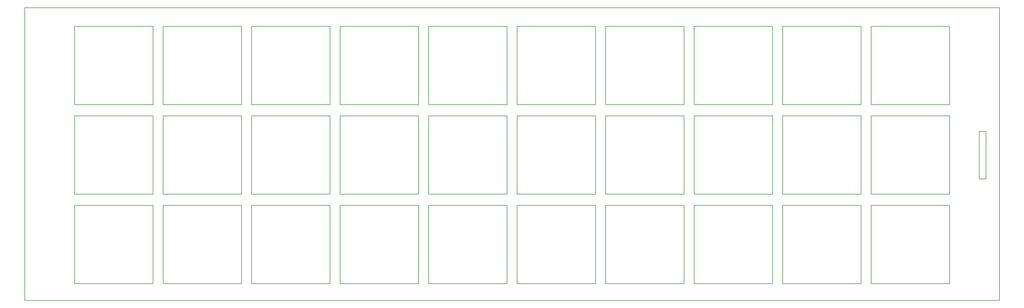
<source format=gko>
G04 Layer: BoardOutlineLayer*
G04 EasyEDA v6.5.34, 2023-08-21 18:11:39*
G04 608ff240a59a44e5951e210445872dab,5a6b42c53f6a479593ecc07194224c93,10*
G04 Gerber Generator version 0.2*
G04 Scale: 100 percent, Rotated: No, Reflected: No *
G04 Dimensions in millimeters *
G04 leading zeros omitted , absolute positions ,4 integer and 5 decimal *
%FSLAX45Y45*%
%MOMM*%

%ADD10C,0.2540*%
D10*
X2032000Y13296900D02*
G01*
X46228000Y13296900D01*
X46227908Y0D01*
X2031994Y0D01*
X2032000Y13296900D01*
X4292600Y12446000D02*
G01*
X4292600Y8890000D01*
X4292600Y8890000D02*
G01*
X7848600Y8890000D01*
X7848600Y8890000D02*
G01*
X7848600Y12446000D01*
X7848600Y12446000D02*
G01*
X4292600Y12446000D01*
X8305800Y12446000D02*
G01*
X8305800Y8890000D01*
X8305800Y8890000D02*
G01*
X11861800Y8890000D01*
X11861800Y8890000D02*
G01*
X11861800Y12446000D01*
X11861800Y12446000D02*
G01*
X8305800Y12446000D01*
X12319000Y12446000D02*
G01*
X12319000Y8890000D01*
X12319000Y8890000D02*
G01*
X15875000Y8890000D01*
X15875000Y8890000D02*
G01*
X15875000Y12446000D01*
X15875000Y12446000D02*
G01*
X12319000Y12446000D01*
X16332200Y12446000D02*
G01*
X16332200Y8890000D01*
X16332200Y8890000D02*
G01*
X19888200Y8890000D01*
X19888200Y8890000D02*
G01*
X19888200Y12446000D01*
X19888200Y12446000D02*
G01*
X16332200Y12446000D01*
X20345400Y12446000D02*
G01*
X20345400Y8890000D01*
X20345400Y8890000D02*
G01*
X23901400Y8890000D01*
X23901400Y8890000D02*
G01*
X23901400Y12446000D01*
X23901400Y12446000D02*
G01*
X20345400Y12446000D01*
X24358600Y12446000D02*
G01*
X24358600Y8890000D01*
X24358600Y8890000D02*
G01*
X27914600Y8890000D01*
X27914600Y8890000D02*
G01*
X27914600Y12446000D01*
X27914600Y12446000D02*
G01*
X24358600Y12446000D01*
X28371800Y12446000D02*
G01*
X28371800Y8890000D01*
X28371800Y8890000D02*
G01*
X31927800Y8890000D01*
X31927800Y8890000D02*
G01*
X31927800Y12446000D01*
X31927800Y12446000D02*
G01*
X28371800Y12446000D01*
X32385000Y12446000D02*
G01*
X32385000Y8890000D01*
X32385000Y8890000D02*
G01*
X35941000Y8890000D01*
X35941000Y8890000D02*
G01*
X35941000Y12446000D01*
X35941000Y12446000D02*
G01*
X32385000Y12446000D01*
X36398200Y12446000D02*
G01*
X36398200Y8890000D01*
X36398200Y8890000D02*
G01*
X39954200Y8890000D01*
X39954200Y8890000D02*
G01*
X39954200Y12446000D01*
X39954200Y12446000D02*
G01*
X36398200Y12446000D01*
X40411400Y12446000D02*
G01*
X40411400Y8890000D01*
X40411400Y8890000D02*
G01*
X43967400Y8890000D01*
X43967400Y8890000D02*
G01*
X43967400Y12446000D01*
X43967400Y12446000D02*
G01*
X40411400Y12446000D01*
X4292600Y8382000D02*
G01*
X4292600Y4826000D01*
X4292600Y4826000D02*
G01*
X7848600Y4826000D01*
X7848600Y4826000D02*
G01*
X7848600Y8382000D01*
X7848600Y8382000D02*
G01*
X4292600Y8382000D01*
X8305800Y8382000D02*
G01*
X8305800Y4826000D01*
X8305800Y4826000D02*
G01*
X11861800Y4826000D01*
X11861800Y4826000D02*
G01*
X11861800Y8382000D01*
X11861800Y8382000D02*
G01*
X8305800Y8382000D01*
X12319000Y8382000D02*
G01*
X12319000Y4826000D01*
X12319000Y4826000D02*
G01*
X15875000Y4826000D01*
X15875000Y4826000D02*
G01*
X15875000Y8382000D01*
X15875000Y8382000D02*
G01*
X12319000Y8382000D01*
X16332200Y8382000D02*
G01*
X16332200Y4826000D01*
X16332200Y4826000D02*
G01*
X19888200Y4826000D01*
X19888200Y4826000D02*
G01*
X19888200Y8382000D01*
X19888200Y8382000D02*
G01*
X16332200Y8382000D01*
X20345400Y8382000D02*
G01*
X20345400Y4826000D01*
X20345400Y4826000D02*
G01*
X23901400Y4826000D01*
X23901400Y4826000D02*
G01*
X23901400Y8382000D01*
X23901400Y8382000D02*
G01*
X20345400Y8382000D01*
X24358600Y8382000D02*
G01*
X24358600Y4826000D01*
X24358600Y4826000D02*
G01*
X27914600Y4826000D01*
X27914600Y4826000D02*
G01*
X27914600Y8382000D01*
X27914600Y8382000D02*
G01*
X24358600Y8382000D01*
X28371800Y8382000D02*
G01*
X28371800Y4826000D01*
X28371800Y4826000D02*
G01*
X31927800Y4826000D01*
X31927800Y4826000D02*
G01*
X31927800Y8382000D01*
X31927800Y8382000D02*
G01*
X28371800Y8382000D01*
X32385000Y8382000D02*
G01*
X32385000Y4826000D01*
X32385000Y4826000D02*
G01*
X35941000Y4826000D01*
X35941000Y4826000D02*
G01*
X35941000Y8382000D01*
X35941000Y8382000D02*
G01*
X32385000Y8382000D01*
X36398200Y8382000D02*
G01*
X36398200Y4826000D01*
X36398200Y4826000D02*
G01*
X39954200Y4826000D01*
X39954200Y4826000D02*
G01*
X39954200Y8382000D01*
X39954200Y8382000D02*
G01*
X36398200Y8382000D01*
X40411400Y8382000D02*
G01*
X40411400Y4826000D01*
X40411400Y4826000D02*
G01*
X43967400Y4826000D01*
X43967400Y4826000D02*
G01*
X43967400Y8382000D01*
X43967400Y8382000D02*
G01*
X40411400Y8382000D01*
X4292600Y4318000D02*
G01*
X4292600Y762000D01*
X4292600Y762000D02*
G01*
X7848600Y762000D01*
X7848600Y762000D02*
G01*
X7848600Y4318000D01*
X7848600Y4318000D02*
G01*
X4292600Y4318000D01*
X8305800Y4318000D02*
G01*
X8305800Y762000D01*
X8305800Y762000D02*
G01*
X11861800Y762000D01*
X11861800Y762000D02*
G01*
X11861800Y4318000D01*
X11861800Y4318000D02*
G01*
X8305800Y4318000D01*
X12319000Y4318000D02*
G01*
X12319000Y762000D01*
X12319000Y762000D02*
G01*
X15875000Y762000D01*
X15875000Y762000D02*
G01*
X15875000Y4318000D01*
X15875000Y4318000D02*
G01*
X12319000Y4318000D01*
X16332200Y4318000D02*
G01*
X16332200Y762000D01*
X16332200Y762000D02*
G01*
X19888200Y762000D01*
X19888200Y762000D02*
G01*
X19888200Y4318000D01*
X19888200Y4318000D02*
G01*
X16332200Y4318000D01*
X20345400Y4318000D02*
G01*
X20345400Y762000D01*
X20345400Y762000D02*
G01*
X23901400Y762000D01*
X23901400Y762000D02*
G01*
X23901400Y4318000D01*
X23901400Y4318000D02*
G01*
X20345400Y4318000D01*
X24358600Y4318000D02*
G01*
X24358600Y762000D01*
X24358600Y762000D02*
G01*
X27914600Y762000D01*
X27914600Y762000D02*
G01*
X27914600Y4318000D01*
X27914600Y4318000D02*
G01*
X24358600Y4318000D01*
X28371800Y4318000D02*
G01*
X28371800Y762000D01*
X28371800Y762000D02*
G01*
X31927800Y762000D01*
X31927800Y762000D02*
G01*
X31927800Y4318000D01*
X31927800Y4318000D02*
G01*
X28371800Y4318000D01*
X32385000Y4318000D02*
G01*
X32385000Y762000D01*
X32385000Y762000D02*
G01*
X35941000Y762000D01*
X35941000Y762000D02*
G01*
X35941000Y4318000D01*
X35941000Y4318000D02*
G01*
X32385000Y4318000D01*
X36398200Y4318000D02*
G01*
X36398200Y762000D01*
X36398200Y762000D02*
G01*
X39954200Y762000D01*
X39954200Y762000D02*
G01*
X39954200Y4318000D01*
X39954200Y4318000D02*
G01*
X36398200Y4318000D01*
X40411400Y4318000D02*
G01*
X40411400Y762000D01*
X40411400Y762000D02*
G01*
X43967400Y762000D01*
X43967400Y762000D02*
G01*
X43967400Y4318000D01*
X43967400Y4318000D02*
G01*
X40411400Y4318000D01*
X45313508Y7683489D02*
G01*
X45313508Y5524489D01*
X45313508Y5524489D02*
G01*
X45618308Y5524489D01*
X45618308Y5524489D02*
G01*
X45618308Y7683489D01*
X45618308Y7683489D02*
G01*
X45313508Y7683489D01*

%LPD*%
M02*

</source>
